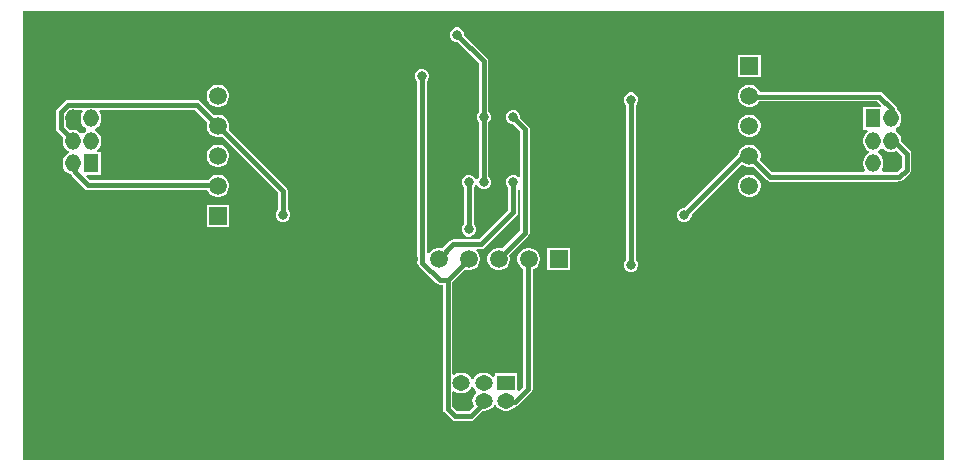
<source format=gbl>
G04*
G04 #@! TF.GenerationSoftware,Altium Limited,Altium Designer,23.4.1 (23)*
G04*
G04 Layer_Physical_Order=2*
G04 Layer_Color=16711680*
%FSLAX44Y44*%
%MOMM*%
G71*
G04*
G04 #@! TF.SameCoordinates,803C344B-8DD6-4E4C-9FAA-A71E5F9A745E*
G04*
G04*
G04 #@! TF.FilePolarity,Positive*
G04*
G01*
G75*
%ADD19R,1.3000X1.5000*%
%ADD21R,1.5000X1.3000*%
%ADD35C,0.4000*%
%ADD36C,1.5000*%
%ADD37R,1.5000X1.5000*%
%ADD38O,1.3000X1.5000*%
%ADD39C,3.0000*%
%ADD40O,1.5000X1.3000*%
%ADD41R,1.5000X1.5000*%
%ADD42C,0.8000*%
G36*
X790000Y10000D02*
X10000D01*
Y390000D01*
X790000D01*
Y10000D01*
D02*
G37*
%LPC*%
G36*
X634500Y353000D02*
X615500D01*
Y334000D01*
X634500D01*
Y353000D01*
D02*
G37*
G36*
X176251Y327600D02*
X173749D01*
X171333Y326953D01*
X169167Y325702D01*
X167398Y323933D01*
X166147Y321767D01*
X165500Y319351D01*
Y316849D01*
X166147Y314433D01*
X167398Y312267D01*
X169167Y310498D01*
X171333Y309247D01*
X173749Y308600D01*
X176251D01*
X178667Y309247D01*
X180833Y310498D01*
X182602Y312267D01*
X183853Y314433D01*
X184500Y316849D01*
Y319351D01*
X183853Y321767D01*
X182602Y323933D01*
X180833Y325702D01*
X178667Y326953D01*
X176251Y327600D01*
D02*
G37*
G36*
X626251Y302200D02*
X623749D01*
X621333Y301553D01*
X619167Y300302D01*
X617398Y298533D01*
X616147Y296367D01*
X615500Y293951D01*
Y291449D01*
X616147Y289033D01*
X617398Y286867D01*
X619167Y285098D01*
X621333Y283847D01*
X623749Y283200D01*
X626251D01*
X628667Y283847D01*
X630833Y285098D01*
X632602Y286867D01*
X633853Y289033D01*
X634500Y291449D01*
Y293951D01*
X633853Y296367D01*
X632602Y298533D01*
X630833Y300302D01*
X628667Y301553D01*
X626251Y302200D01*
D02*
G37*
G36*
X176251Y276800D02*
X173749D01*
X171333Y276153D01*
X169167Y274902D01*
X167398Y273133D01*
X166147Y270967D01*
X165500Y268551D01*
Y266049D01*
X166147Y263633D01*
X167398Y261467D01*
X169167Y259698D01*
X171333Y258447D01*
X173749Y257800D01*
X176251D01*
X178667Y258447D01*
X180833Y259698D01*
X182602Y261467D01*
X183853Y263633D01*
X184500Y266049D01*
Y268551D01*
X183853Y270967D01*
X182602Y273133D01*
X180833Y274902D01*
X178667Y276153D01*
X176251Y276800D01*
D02*
G37*
G36*
X626251Y327600D02*
X623749D01*
X621333Y326953D01*
X619167Y325702D01*
X617398Y323933D01*
X616147Y321767D01*
X615500Y319351D01*
Y316849D01*
X616147Y314433D01*
X617398Y312267D01*
X619167Y310498D01*
X621333Y309247D01*
X623749Y308600D01*
X626251D01*
X628667Y309247D01*
X630833Y310498D01*
X632602Y312267D01*
X633269Y313422D01*
X733311D01*
X736754Y309978D01*
X736142Y308500D01*
X721500D01*
Y289500D01*
X724486D01*
X725030Y287900D01*
X723938Y287062D01*
X722575Y285287D01*
X721719Y283219D01*
X721427Y281000D01*
Y279000D01*
X721719Y276781D01*
X722575Y274713D01*
X723938Y272938D01*
X725713Y271575D01*
X726219Y271366D01*
Y269634D01*
X725713Y269425D01*
X723938Y268062D01*
X722575Y266287D01*
X721719Y264219D01*
X721427Y262000D01*
Y260000D01*
X721719Y257781D01*
X722575Y255713D01*
X722986Y255178D01*
X722197Y253578D01*
X644489D01*
X633975Y264092D01*
X634500Y266049D01*
Y268551D01*
X633853Y270967D01*
X632602Y273133D01*
X630833Y274902D01*
X628667Y276153D01*
X626251Y276800D01*
X623749D01*
X621333Y276153D01*
X619167Y274902D01*
X617398Y273133D01*
X616147Y270967D01*
X615500Y268551D01*
Y268539D01*
X614811Y268079D01*
X614811Y268079D01*
X570232Y223500D01*
X568806D01*
X566601Y222586D01*
X564913Y220899D01*
X564000Y218694D01*
Y216306D01*
X564913Y214101D01*
X566601Y212413D01*
X568806Y211500D01*
X571194D01*
X573399Y212413D01*
X575087Y214101D01*
X576000Y216306D01*
Y217732D01*
X618566Y260299D01*
X619167Y259698D01*
X621333Y258447D01*
X623749Y257800D01*
X626251D01*
X628208Y258325D01*
X639916Y246616D01*
X639916Y246616D01*
X641239Y245732D01*
X642800Y245422D01*
X751849D01*
X751849Y245422D01*
X753410Y245732D01*
X754733Y246616D01*
X760884Y252767D01*
X760884Y252767D01*
X761768Y254090D01*
X762078Y255651D01*
Y269157D01*
X762078Y269157D01*
X761768Y270718D01*
X760884Y272041D01*
X753573Y279351D01*
Y281000D01*
X753281Y283219D01*
X752425Y285287D01*
X751062Y287062D01*
X749287Y288425D01*
X748781Y288634D01*
Y290366D01*
X749287Y290575D01*
X751062Y291938D01*
X752425Y293713D01*
X753281Y295781D01*
X753573Y298000D01*
Y300000D01*
X753281Y302219D01*
X752425Y304287D01*
X751062Y306062D01*
X749794Y307036D01*
X749546Y308283D01*
X748662Y309606D01*
X737884Y320384D01*
X736561Y321268D01*
X735000Y321578D01*
X735000Y321578D01*
X633903D01*
X633853Y321767D01*
X632602Y323933D01*
X630833Y325702D01*
X628667Y326953D01*
X626251Y327600D01*
D02*
G37*
G36*
X378694Y376000D02*
X376306D01*
X374101Y375087D01*
X372413Y373399D01*
X371500Y371194D01*
Y368806D01*
X372413Y366601D01*
X374101Y364913D01*
X376306Y364000D01*
X377732D01*
X395922Y345811D01*
Y304407D01*
X394913Y303399D01*
X394000Y301194D01*
Y298806D01*
X394913Y296601D01*
X395922Y295593D01*
Y249407D01*
X394913Y248399D01*
X394616Y247680D01*
X392884D01*
X392587Y248399D01*
X390899Y250087D01*
X388694Y251000D01*
X386306D01*
X384101Y250087D01*
X382413Y248399D01*
X381500Y246194D01*
Y243806D01*
X382413Y241601D01*
X383422Y240593D01*
Y209407D01*
X382413Y208399D01*
X381500Y206194D01*
Y203806D01*
X382413Y201601D01*
X384101Y199913D01*
X386306Y199000D01*
X388694D01*
X390899Y199913D01*
X392587Y201601D01*
X393500Y203806D01*
Y206194D01*
X392587Y208399D01*
X391578Y209407D01*
Y240593D01*
X392587Y241601D01*
X392884Y242320D01*
X394616D01*
X394913Y241601D01*
X396601Y239914D01*
X398806Y239000D01*
X401194D01*
X403399Y239914D01*
X405087Y241601D01*
X406000Y243806D01*
Y246194D01*
X405087Y248399D01*
X404078Y249407D01*
Y295593D01*
X405087Y296601D01*
X406000Y298806D01*
Y301194D01*
X405087Y303399D01*
X404078Y304407D01*
Y347500D01*
X403768Y349061D01*
X402884Y350384D01*
X402884Y350384D01*
X383500Y369768D01*
Y371194D01*
X382587Y373399D01*
X380899Y375087D01*
X378694Y376000D01*
D02*
G37*
G36*
X626251Y251400D02*
X623749D01*
X621333Y250753D01*
X619167Y249502D01*
X617398Y247733D01*
X616147Y245567D01*
X615500Y243151D01*
Y240649D01*
X616147Y238233D01*
X617398Y236067D01*
X619167Y234298D01*
X621333Y233047D01*
X623749Y232400D01*
X626251D01*
X628667Y233047D01*
X630833Y234298D01*
X632602Y236067D01*
X633853Y238233D01*
X634500Y240649D01*
Y243151D01*
X633853Y245567D01*
X632602Y247733D01*
X630833Y249502D01*
X628667Y250753D01*
X626251Y251400D01*
D02*
G37*
G36*
X157200Y314578D02*
X157200Y314578D01*
X48151D01*
X46590Y314268D01*
X45267Y313384D01*
X45267Y313384D01*
X39116Y307233D01*
X38232Y305910D01*
X37922Y304349D01*
X37922Y304349D01*
Y290843D01*
X37922Y290843D01*
X38232Y289282D01*
X39116Y287959D01*
X44177Y282899D01*
X43927Y281000D01*
Y279000D01*
X44219Y276781D01*
X45075Y274713D01*
X46438Y272938D01*
X48213Y271575D01*
X48719Y271366D01*
Y269634D01*
X48213Y269425D01*
X46438Y268062D01*
X45075Y266287D01*
X44219Y264219D01*
X43927Y262000D01*
Y260000D01*
X44219Y257781D01*
X45075Y255713D01*
X46438Y253938D01*
X48213Y252575D01*
X50281Y251719D01*
X50470Y251694D01*
X51338Y250394D01*
X62116Y239616D01*
X62116Y239616D01*
X63439Y238732D01*
X65000Y238422D01*
X166097D01*
X166147Y238233D01*
X167398Y236067D01*
X169167Y234298D01*
X171333Y233047D01*
X173749Y232400D01*
X176251D01*
X178667Y233047D01*
X180833Y234298D01*
X182602Y236067D01*
X183853Y238233D01*
X184500Y240649D01*
Y243151D01*
X183853Y245567D01*
X182602Y247733D01*
X180833Y249502D01*
X178667Y250753D01*
X176251Y251400D01*
X173749D01*
X171333Y250753D01*
X169167Y249502D01*
X167398Y247733D01*
X166731Y246578D01*
X66689D01*
X63246Y250022D01*
X63858Y251500D01*
X76000D01*
Y270500D01*
X73014D01*
X72470Y272100D01*
X73562Y272938D01*
X74925Y274713D01*
X75781Y276781D01*
X76073Y279000D01*
Y281000D01*
X75781Y283219D01*
X74925Y285287D01*
X73562Y287062D01*
X71787Y288425D01*
X71281Y288634D01*
Y290366D01*
X71787Y290575D01*
X73562Y291938D01*
X74925Y293713D01*
X75781Y295781D01*
X76073Y298000D01*
Y300000D01*
X75781Y302219D01*
X74925Y304287D01*
X74514Y304822D01*
X75303Y306422D01*
X155511D01*
X166024Y295908D01*
X165500Y293951D01*
Y291449D01*
X166147Y289033D01*
X167398Y286867D01*
X169167Y285098D01*
X171333Y283847D01*
X173749Y283200D01*
X176251D01*
X178208Y283724D01*
X225922Y236011D01*
Y221907D01*
X224913Y220899D01*
X224000Y218694D01*
Y216306D01*
X224913Y214101D01*
X226601Y212413D01*
X228806Y211500D01*
X231194D01*
X233399Y212413D01*
X235087Y214101D01*
X236000Y216306D01*
Y218694D01*
X235087Y220899D01*
X234078Y221907D01*
Y237700D01*
X234078Y237700D01*
X233768Y239261D01*
X232884Y240584D01*
X183976Y289492D01*
X184500Y291449D01*
Y293951D01*
X183853Y296367D01*
X182602Y298533D01*
X180833Y300302D01*
X178667Y301553D01*
X176251Y302200D01*
X173749D01*
X171792Y301675D01*
X160084Y313384D01*
X158761Y314268D01*
X158502Y314319D01*
X157200Y314578D01*
D02*
G37*
G36*
X184500Y226000D02*
X165500D01*
Y207000D01*
X184500D01*
Y226000D01*
D02*
G37*
G36*
X348694Y341000D02*
X346306D01*
X344101Y340087D01*
X342413Y338399D01*
X341500Y336194D01*
Y333806D01*
X342413Y331601D01*
X343922Y330093D01*
Y177000D01*
X343922Y177000D01*
X344232Y175439D01*
X345116Y174116D01*
X359916Y159316D01*
X361239Y158432D01*
X362800Y158122D01*
X365422D01*
Y53151D01*
X365422Y53151D01*
X365732Y51590D01*
X366616Y50267D01*
X372767Y44116D01*
X372767Y44116D01*
X374090Y43232D01*
X375651Y42922D01*
X389157D01*
X389157Y42922D01*
X390718Y43232D01*
X392041Y44116D01*
X399351Y51427D01*
X401000D01*
X403219Y51719D01*
X405287Y52575D01*
X407062Y53938D01*
X408425Y55713D01*
X408634Y56219D01*
X410366D01*
X410575Y55713D01*
X411938Y53938D01*
X413713Y52575D01*
X415781Y51719D01*
X418000Y51427D01*
X420000D01*
X422219Y51719D01*
X424287Y52575D01*
X426062Y53938D01*
X427035Y55206D01*
X428283Y55454D01*
X429606Y56338D01*
X440384Y67116D01*
X440384Y67116D01*
X441268Y68439D01*
X441578Y70000D01*
Y171097D01*
X441767Y171147D01*
X443933Y172398D01*
X445702Y174167D01*
X446953Y176333D01*
X447600Y178749D01*
Y181251D01*
X446953Y183667D01*
X445702Y185833D01*
X443933Y187602D01*
X441767Y188853D01*
X439351Y189500D01*
X436849D01*
X434433Y188853D01*
X432267Y187602D01*
X430498Y185833D01*
X429247Y183667D01*
X428600Y181251D01*
Y178749D01*
X429247Y176333D01*
X430498Y174167D01*
X432267Y172398D01*
X433422Y171731D01*
Y71689D01*
X429978Y68246D01*
X428500Y68858D01*
Y83500D01*
X409500D01*
Y80514D01*
X407900Y79970D01*
X407062Y81062D01*
X405287Y82425D01*
X403219Y83281D01*
X401000Y83573D01*
X399000D01*
X396781Y83281D01*
X394713Y82425D01*
X392938Y81062D01*
X391575Y79287D01*
X391366Y78781D01*
X389634D01*
X389425Y79287D01*
X388062Y81062D01*
X386287Y82425D01*
X384219Y83281D01*
X382000Y83573D01*
X380000D01*
X377781Y83281D01*
X375713Y82425D01*
X375178Y82014D01*
X373578Y82803D01*
Y160511D01*
X384092Y171024D01*
X386049Y170500D01*
X388551D01*
X390967Y171147D01*
X393133Y172398D01*
X394902Y174167D01*
X396152Y176333D01*
X396800Y178749D01*
Y181251D01*
X396152Y183667D01*
X394902Y185833D01*
X393913Y186822D01*
X394576Y188422D01*
X397500D01*
X397500Y188422D01*
X399061Y188732D01*
X400384Y189616D01*
X427884Y217116D01*
X427884Y217116D01*
X428768Y218439D01*
X429078Y220000D01*
Y239205D01*
X429322Y239368D01*
X430922Y238513D01*
Y203989D01*
X415908Y188976D01*
X413951Y189500D01*
X411449D01*
X409033Y188853D01*
X406867Y187602D01*
X405098Y185833D01*
X403847Y183667D01*
X403200Y181251D01*
Y178749D01*
X403847Y176333D01*
X405098Y174167D01*
X406867Y172398D01*
X409033Y171147D01*
X411449Y170500D01*
X413951D01*
X416367Y171147D01*
X418533Y172398D01*
X420302Y174167D01*
X421553Y176333D01*
X422200Y178749D01*
Y181251D01*
X421675Y183208D01*
X437884Y199416D01*
X438768Y200739D01*
X439078Y202300D01*
X439078Y202300D01*
Y290000D01*
X438768Y291561D01*
X437884Y292884D01*
X437884Y292884D01*
X431000Y299768D01*
Y301194D01*
X430087Y303399D01*
X428399Y305087D01*
X426194Y306000D01*
X423806D01*
X421601Y305087D01*
X419913Y303399D01*
X419000Y301194D01*
Y298806D01*
X419913Y296601D01*
X421601Y294914D01*
X423806Y294000D01*
X425232D01*
X430922Y288311D01*
Y249826D01*
X429322Y249164D01*
X428399Y250087D01*
X426194Y251000D01*
X423806D01*
X421601Y250087D01*
X419913Y248399D01*
X419000Y246194D01*
Y243806D01*
X419913Y241601D01*
X420922Y240593D01*
Y221689D01*
X395811Y196578D01*
X374400D01*
X372839Y196268D01*
X371516Y195384D01*
X371516Y195384D01*
X365108Y188976D01*
X363151Y189500D01*
X360649D01*
X358233Y188853D01*
X356067Y187602D01*
X354298Y185833D01*
X353678Y184760D01*
X352078Y185188D01*
Y331093D01*
X352587Y331601D01*
X353500Y333806D01*
Y336194D01*
X352587Y338399D01*
X350899Y340087D01*
X348694Y341000D01*
D02*
G37*
G36*
X473000Y189500D02*
X454000D01*
Y170500D01*
X473000D01*
Y189500D01*
D02*
G37*
G36*
X526194Y321000D02*
X523806D01*
X521601Y320087D01*
X519913Y318399D01*
X519000Y316194D01*
Y313806D01*
X519913Y311601D01*
X520922Y310593D01*
Y179407D01*
X519913Y178399D01*
X519000Y176194D01*
Y173806D01*
X519913Y171601D01*
X521601Y169914D01*
X523806Y169000D01*
X526194D01*
X528399Y169914D01*
X530087Y171601D01*
X531000Y173806D01*
Y176194D01*
X530087Y178399D01*
X529078Y179407D01*
Y310593D01*
X530087Y311601D01*
X531000Y313806D01*
Y316194D01*
X530087Y318399D01*
X528399Y320087D01*
X526194Y321000D01*
D02*
G37*
%LPD*%
G36*
X738938Y272938D02*
X740713Y271575D01*
X742781Y270719D01*
X745000Y270427D01*
X747219Y270719D01*
X749287Y271575D01*
X749585Y271804D01*
X753922Y267467D01*
Y257340D01*
X750160Y253578D01*
X737803D01*
X737014Y255178D01*
X737425Y255713D01*
X738281Y257781D01*
X738573Y260000D01*
Y262000D01*
X738281Y264219D01*
X737425Y266287D01*
X736062Y268062D01*
X734287Y269425D01*
X733781Y269634D01*
Y271366D01*
X734287Y271575D01*
X736062Y272938D01*
X736492Y273497D01*
X738508D01*
X738938Y272938D01*
D02*
G37*
G36*
X60486Y304822D02*
X60075Y304287D01*
X59219Y302219D01*
X58927Y300000D01*
Y298000D01*
X59219Y295781D01*
X60075Y293713D01*
X61438Y291938D01*
X63213Y290575D01*
X63719Y290366D01*
Y288634D01*
X63213Y288425D01*
X61438Y287062D01*
X61008Y286503D01*
X58992D01*
X58562Y287062D01*
X56787Y288425D01*
X54719Y289281D01*
X52500Y289573D01*
X50281Y289281D01*
X49608Y289002D01*
X46078Y292533D01*
Y302660D01*
X49840Y306422D01*
X59697D01*
X60486Y304822D01*
D02*
G37*
G36*
X391575Y70713D02*
X392938Y68938D01*
X393497Y68508D01*
Y66492D01*
X392938Y66062D01*
X391575Y64287D01*
X390719Y62219D01*
X390427Y60000D01*
X390719Y57781D01*
X391575Y55713D01*
X391804Y55415D01*
X387467Y51078D01*
X377340D01*
X373578Y54840D01*
Y67197D01*
X375178Y67986D01*
X375713Y67575D01*
X377781Y66719D01*
X380000Y66427D01*
X382000D01*
X384219Y66719D01*
X386287Y67575D01*
X388062Y68938D01*
X389425Y70713D01*
X389634Y71219D01*
X391366D01*
X391575Y70713D01*
D02*
G37*
D19*
X730000Y299000D02*
D03*
X67500Y261000D02*
D03*
D21*
X419000Y75000D02*
D03*
D35*
X377500Y370000D02*
X400000Y347500D01*
Y300000D02*
Y347500D01*
X525000Y175000D02*
Y315000D01*
X400000Y245000D02*
Y300000D01*
X387500Y205000D02*
Y245000D01*
X175000Y292700D02*
X230000Y237700D01*
Y217500D02*
Y237700D01*
X348000Y177000D02*
X362800Y162200D01*
X348000Y177000D02*
Y334500D01*
X347500Y335000D02*
X348000Y334500D01*
X362800Y162200D02*
X369500D01*
X157200Y310500D02*
X175000Y292700D01*
X622895Y265195D02*
X625000Y267300D01*
X617695Y265195D02*
X622895D01*
X570000Y217500D02*
X617695Y265195D01*
X412700Y180000D02*
X435000Y202300D01*
X425000Y220000D02*
Y245000D01*
X397500Y192500D02*
X425000Y220000D01*
X435000Y202300D02*
Y290000D01*
X425000Y300000D02*
X435000Y290000D01*
X361900Y180000D02*
X374400Y192500D01*
X397500D01*
X735000Y317500D02*
X745778Y306722D01*
X625600Y317500D02*
X735000D01*
X751849Y249500D02*
X758000Y255651D01*
Y269157D01*
X747500Y279657D02*
X758000Y269157D01*
X642800Y249500D02*
X751849D01*
X625000Y267300D02*
X642800Y249500D01*
X426722Y59222D02*
X437500Y70000D01*
Y179400D01*
X369500Y53151D02*
X375651Y47000D01*
X389157D01*
X399657Y57500D01*
X369500Y53151D02*
Y162200D01*
X387300Y180000D01*
X48151Y310500D02*
X157200D01*
X52500Y280000D02*
Y280343D01*
X42000Y290843D02*
X52500Y280343D01*
X42000Y290843D02*
Y304349D01*
X48151Y310500D01*
X174400Y242500D02*
X175000Y241900D01*
X65000Y242500D02*
X174400D01*
X52500Y261000D02*
X54222Y259278D01*
Y253278D02*
Y259278D01*
Y253278D02*
X65000Y242500D01*
D36*
X625000Y292700D02*
D03*
Y267300D02*
D03*
Y241900D02*
D03*
Y318100D02*
D03*
Y216500D02*
D03*
X175000Y267300D02*
D03*
Y292700D02*
D03*
Y318100D02*
D03*
Y241900D02*
D03*
Y343500D02*
D03*
X412700Y180000D02*
D03*
X387300D02*
D03*
X361900D02*
D03*
X438100D02*
D03*
X336500D02*
D03*
D37*
X625000Y343500D02*
D03*
X175000Y216500D02*
D03*
D38*
X745000Y261000D02*
D03*
Y299000D02*
D03*
X730000Y261000D02*
D03*
X745000Y280000D02*
D03*
X730000D02*
D03*
X52500Y299000D02*
D03*
Y261000D02*
D03*
X67500Y299000D02*
D03*
X52500Y280000D02*
D03*
X67500D02*
D03*
D39*
X752000Y329500D02*
D03*
Y230500D02*
D03*
X45500Y230500D02*
D03*
Y329500D02*
D03*
X449500Y53000D02*
D03*
X350500D02*
D03*
D40*
X381000Y60000D02*
D03*
X419000D02*
D03*
X381000Y75000D02*
D03*
X400000Y60000D02*
D03*
Y75000D02*
D03*
D41*
X463500Y180000D02*
D03*
D42*
X377500Y370000D02*
D03*
X525000Y175000D02*
D03*
Y315000D02*
D03*
X400000Y245000D02*
D03*
Y300000D02*
D03*
X387500Y245000D02*
D03*
X570000Y217500D02*
D03*
X230000D02*
D03*
X347500Y335000D02*
D03*
X387500Y205000D02*
D03*
X425000Y300000D02*
D03*
Y245000D02*
D03*
M02*

</source>
